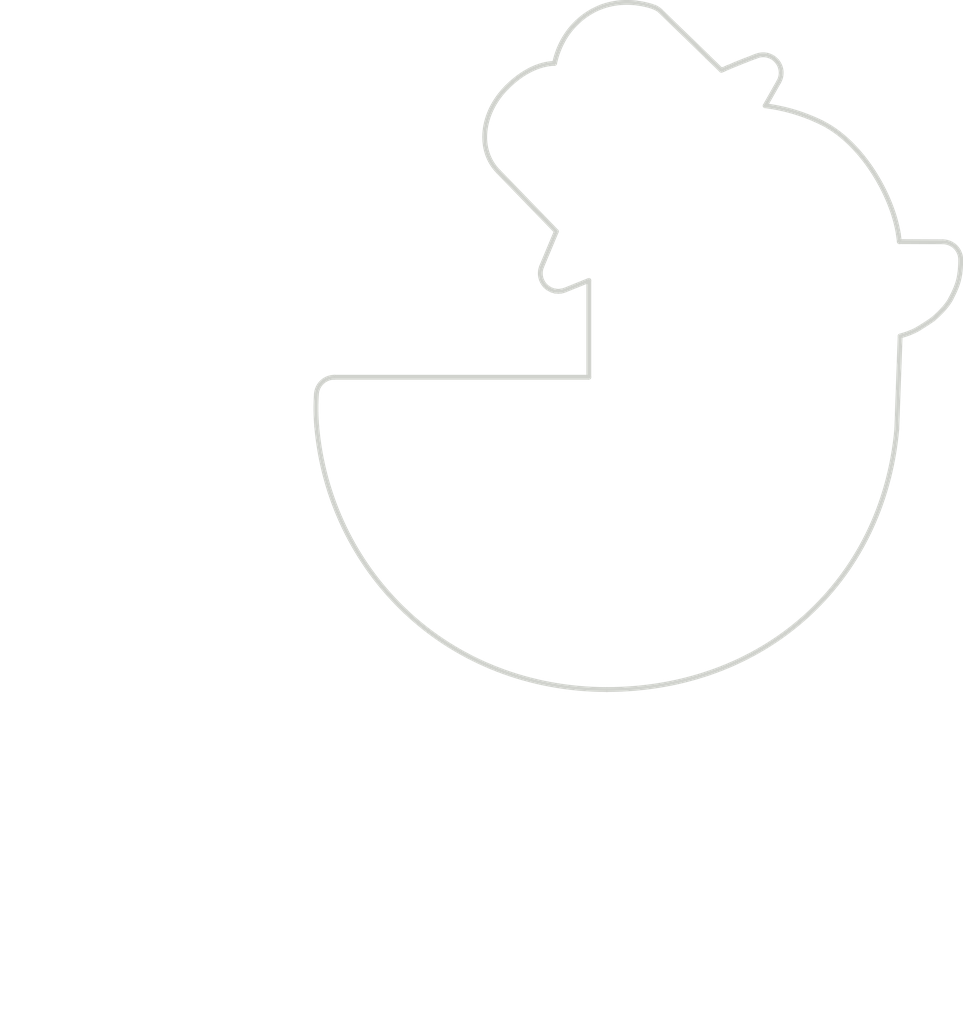
<source format=kicad_pcb>
(kicad_pcb
	(version 20241229)
	(generator "pcbnew")
	(generator_version "9.0")
	(general
		(thickness 1.6)
		(legacy_teardrops no)
	)
	(paper "A4")
	(layers
		(0 "F.Cu" signal)
		(2 "B.Cu" signal)
		(9 "F.Adhes" user "F.Adhesive")
		(11 "B.Adhes" user "B.Adhesive")
		(13 "F.Paste" user)
		(15 "B.Paste" user)
		(5 "F.SilkS" user "F.Silkscreen")
		(7 "B.SilkS" user "B.Silkscreen")
		(1 "F.Mask" user)
		(3 "B.Mask" user)
		(17 "Dwgs.User" user "User.Drawings")
		(19 "Cmts.User" user "User.Comments")
		(21 "Eco1.User" user "User.Eco1")
		(23 "Eco2.User" user "User.Eco2")
		(25 "Edge.Cuts" user)
		(27 "Margin" user)
		(31 "F.CrtYd" user "F.Courtyard")
		(29 "B.CrtYd" user "B.Courtyard")
		(35 "F.Fab" user)
		(33 "B.Fab" user)
		(39 "User.1" user)
		(41 "User.2" user)
		(43 "User.3" user)
		(45 "User.4" user)
	)
	(setup
		(pad_to_mask_clearance 0)
		(allow_soldermask_bridges_in_footprints no)
		(tenting front back)
		(pcbplotparams
			(layerselection 0x00000000_00000000_55555555_5755f5ff)
			(plot_on_all_layers_selection 0x00000000_00000000_00000000_00000000)
			(disableapertmacros no)
			(usegerberextensions no)
			(usegerberattributes yes)
			(usegerberadvancedattributes yes)
			(creategerberjobfile yes)
			(dashed_line_dash_ratio 12.000000)
			(dashed_line_gap_ratio 3.000000)
			(svgprecision 4)
			(plotframeref no)
			(mode 1)
			(useauxorigin no)
			(hpglpennumber 1)
			(hpglpenspeed 20)
			(hpglpendiameter 15.000000)
			(pdf_front_fp_property_popups yes)
			(pdf_back_fp_property_popups yes)
			(pdf_metadata yes)
			(pdf_single_document no)
			(dxfpolygonmode yes)
			(dxfimperialunits yes)
			(dxfusepcbnewfont yes)
			(psnegative no)
			(psa4output no)
			(plot_black_and_white yes)
			(plotinvisibletext no)
			(sketchpadsonfab no)
			(plotpadnumbers no)
			(hidednponfab no)
			(sketchdnponfab yes)
			(crossoutdnponfab yes)
			(subtractmaskfromsilk no)
			(outputformat 1)
			(mirror no)
			(drillshape 1)
			(scaleselection 1)
			(outputdirectory "")
		)
	)
	(net 0 "")
	(gr_curve
		(pts
			(xy 170.322902 92.48344) (xy 170.30658 91.773227) (xy 169.72799 91.205231) (xy 169.01743 91.202452)
		)
		(stroke
			(width 0.35)
			(type default)
		)
		(layer "Edge.Cuts")
		(uuid "03ccc79f-5d73-40e9-9fc5-6c6906a84c9e")
	)
	(gr_curve
		(pts
			(xy 169.607133 95.342178) (xy 169.865865 94.83652) (xy 170.159675 94.26314) (xy 170.25518 93.534868)
		)
		(stroke
			(width 0.35)
			(type default)
		)
		(layer "Edge.Cuts")
		(uuid "06aef06d-f581-46b8-b41b-731aa01e5b18")
	)
	(gr_line
		(start 154.649336 77.995335)
		(end 154.627978 78.003757)
		(stroke
			(width 0.35)
			(type default)
		)
		(layer "Edge.Cuts")
		(uuid "073cab98-980f-45c9-b7b5-ad0ac943d201")
	)
	(gr_line
		(start 153.057261 78.65187)
		(end 153.015846 78.669777)
		(stroke
			(width 0.35)
			(type default)
		)
		(layer "Edge.Cuts")
		(uuid "0c4ac7bf-0c18-48f5-a463-404fa479128b")
	)
	(gr_line
		(start 153.919241 78.288949)
		(end 153.911687 78.292031)
		(stroke
			(width 0.35)
			(type default)
		)
		(layer "Edge.Cuts")
		(uuid "0e9c4250-c460-4ec4-955a-5f5562e8258d")
	)
	(gr_curve
		(pts
			(xy 155.403568 77.705932) (xy 155.396666 77.708493) (xy 155.389329 77.71125) (xy 155.381602 77.714115)
		)
		(stroke
			(width 0.35)
			(type default)
		)
		(layer "Edge.Cuts")
		(uuid "1c6f7813-a45f-49e3-bb56-2437e457a9d1")
	)
	(gr_line
		(start 155.288397 77.749018)
		(end 155.19007 77.786178)
		(stroke
			(width 0.35)
			(type default)
		)
		(layer "Edge.Cuts")
		(uuid "22aad42c-e8ad-4c22-9a01-f50a6e644f9a")
	)
	(gr_curve
		(pts
			(xy 155.381602 77.714115) (xy 155.362241 77.721343) (xy 155.340708 77.729374) (xy 155.316398 77.738491)
		)
		(stroke
			(width 0.35)
			(type default)
		)
		(layer "Edge.Cuts")
		(uuid "2435281d-12b8-4ef0-9c3d-faa0b09d06ed")
	)
	(gr_line
		(start 169.01743 91.202452)
		(end 165.853944 91.190471)
		(stroke
			(width 0.35)
			(type default)
		)
		(layer "Edge.Cuts")
		(uuid "281cf1b4-d582-4b26-ba65-217447262682")
	)
	(gr_curve
		(pts
			(xy 144.554501 123.783341) (xy 155.975212 123.776742) (xy 164.655438 115.99774) (xy 165.663628 104.867019)
		)
		(stroke
			(width 0.35)
			(type default)
		)
		(layer "Edge.Cuts")
		(uuid "3c109ebd-f171-4d08-b54d-50355fe3f200")
	)
	(gr_curve
		(pts
			(xy 148.018048 74.135744) (xy 148.015965 74.134941) (xy 148.013968 74.134203) (xy 148.011927 74.133422)
		)
		(stroke
			(width 0.35)
			(type default)
		)
		(layer "Edge.Cuts")
		(uuid "3ddec996-f7b9-425f-8ded-fdcb4e4c3414")
	)
	(gr_line
		(start 165.853944 91.190471)
		(end 165.783096 90.640707)
		(stroke
			(width 0.35)
			(type default)
		)
		(layer "Edge.Cuts")
		(uuid "40837842-f2ab-43f0-be25-faee6ca5d9ff")
	)
	(gr_curve
		(pts
			(xy 123.402311 102.280732) (xy 123.348828 103.061793) (xy 123.356468 103.857093) (xy 123.424885 104.644057)
		)
		(stroke
			(width 0.35)
			(type default)
		)
		(layer "Edge.Cuts")
		(uuid "48e456bb-3d22-4d46-8d6f-07e6ef1d90ed")
	)
	(gr_curve
		(pts
			(xy 140.987374 94.806805) (xy 140.997533 94.807043) (xy 141.007474 94.809778) (xy 141.017676 94.809778)
		)
		(stroke
			(width 0.35)
			(type default)
		)
		(layer "Edge.Cuts")
		(uuid "4a1b32d1-a880-4252-aa38-a7a2402be666")
	)
	(gr_curve
		(pts
			(xy 141.286827 94.779738) (xy 141.361235 94.764088) (xy 141.435164 94.743901) (xy 141.507358 94.714794)
		)
		(stroke
			(width 0.35)
			(type default)
		)
		(layer "Edge.Cuts")
		(uuid "4c4bb011-6ab7-44d2-9db8-821f7ae7f8bf")
	)
	(gr_curve
		(pts
			(xy 148.15206 74.203575) (xy 148.114769 74.183844) (xy 148.079389 74.160771) (xy 148.040275 74.144665)
		)
		(stroke
			(width 0.35)
			(type default)
		)
		(layer "Edge.Cuts")
		(uuid "4dba02a3-be73-41cd-92fd-da3d3d2f0545")
	)
	(gr_line
		(start 154.160435 78.1906)
		(end 153.919241 78.288949)
		(stroke
			(width 0.35)
			(type default)
		)
		(layer "Edge.Cuts")
		(uuid "4ee0cda0-7c18-4587-85ea-a8f665cf253e")
	)
	(gr_line
		(start 143.24 94.016389)
		(end 143.24 101.06)
		(stroke
			(width 0.35)
			(type default)
		)
		(layer "Edge.Cuts")
		(uuid "573cd458-48f0-44c5-b8ea-4da862bc96eb")
	)
	(gr_curve
		(pts
			(xy 140.266395 94.570233) (xy 140.285757 94.583865) (xy 140.305726 94.595759) (xy 140.325782 94.608219)
		)
		(stroke
			(width 0.35)
			(type default)
		)
		(layer "Edge.Cuts")
		(uuid "592e4a69-de7f-448b-8eb6-55ecd4e5ae2d")
	)
	(gr_line
		(start 154.627978 78.003757)
		(end 154.441265 78.077774)
		(stroke
			(width 0.35)
			(type default)
		)
		(layer "Edge.Cuts")
		(uuid "5aa35f9f-b568-4f25-a2ad-ac3e8bb30c2f")
	)
	(gr_line
		(start 152.894294 78.722413)
		(end 151.891487 77.749843)
		(stroke
			(width 0.35)
			(type default)
		)
		(layer "Edge.Cuts")
		(uuid "5b133692-44b5-45c3-b1fd-feb91a0429d2")
	)
	(gr_line
		(start 155.169363 77.794036)
		(end 154.649336 77.995335)
		(stroke
			(width 0.35)
			(type default)
		)
		(layer "Edge.Cuts")
		(uuid "5d3de3a5-2b05-4ecf-b3c3-c01785e5b615")
	)
	(gr_line
		(start 153.333619 78.533508)
		(end 153.057261 78.65187)
		(stroke
			(width 0.35)
			(type default)
		)
		(layer "Edge.Cuts")
		(uuid "5e6544ed-c029-4851-8311-87cfcecce55a")
	)
	(gr_line
		(start 153.911687 78.292031)
		(end 153.347424 78.527626)
		(stroke
			(width 0.35)
			(type default)
		)
		(layer "Edge.Cuts")
		(uuid "5f50f7ff-4119-49f5-a777-bda8632fc17d")
	)
	(gr_line
		(start 154.394597 78.096397)
		(end 154.200027 78.174603)
		(stroke
			(width 0.35)
			(type default)
		)
		(layer "Edge.Cuts")
		(uuid "5fdee930-121c-44b3-a2a5-318782944085")
	)
	(gr_line
		(start 141.058613 94.805871)
		(end 141.2198 94.790525)
		(stroke
			(width 0.35)
			(type default)
		)
		(layer "Edge.Cuts")
		(uuid "6424f996-1437-4a22-8631-8e6946003c5c")
	)
	(gr_curve
		(pts
			(xy 157.077865 79.552008) (xy 157.348753 79.074307) (xy 157.292839 78.478354) (xy 156.937906 78.058998)
		)
		(stroke
			(width 0.35)
			(type default)
		)
		(layer "Edge.Cuts")
		(uuid "659672ed-d411-4f28-ac5d-71cb34e5444c")
	)
	(gr_line
		(start 155.19007 77.786178)
		(end 155.169363 77.794036)
		(stroke
			(width 0.35)
			(type default)
		)
		(layer "Edge.Cuts")
		(uuid "68660700-404e-483a-a006-6d1baa4d24f8")
	)
	(gr_curve
		(pts
			(xy 141.2198 94.790525) (xy 141.242287 94.787009) (xy 141.264514 94.784426) (xy 141.286827 94.779738)
		)
		(stroke
			(width 0.35)
			(type default)
		)
		(layer "Edge.Cuts")
		(uuid "688f7a6b-509e-4450-8b36-4546a6eeee83")
	)
	(gr_line
		(start 155.488655 77.674545)
		(end 155.403568 77.705932)
		(stroke
			(width 0.35)
			(type default)
		)
		(layer "Edge.Cuts")
		(uuid "6b1b7e1c-1c48-42b7-9634-1eff596713cb")
	)
	(gr_line
		(start 140.785728 94.786944)
		(end 140.987374 94.806805)
		(stroke
			(width 0.35)
			(type default)
		)
		(layer "Edge.Cuts")
		(uuid "6ec7635b-3198-4392-869c-0945d1cfa3fd")
	)
	(gr_line
		(start 140.325782 94.608219)
		(end 140.477289 94.689376)
		(stroke
			(width 0.35)
			(type default)
		)
		(layer "Edge.Cuts")
		(uuid "7a30061b-4294-4534-a4a5-719517db5d6a")
	)
	(gr_curve
		(pts
			(xy 155.316398 77.738491) (xy 155.307108 77.741985) (xy 155.298426 77.745263) (xy 155.288397 77.749018)
		)
		(stroke
			(width 0.35)
			(type default)
		)
		(layer "Edge.Cuts")
		(uuid "7d463dc9-54b9-4bb1-bde4-6ef78d91f4ec")
	)
	(gr_curve
		(pts
			(xy 124.709867 101.06) (xy 124.020838 101.06) (xy 123.449542 101.593441) (xy 123.402311 102.280732)
		)
		(stroke
			(width 0.35)
			(type default)
		)
		(layer "Edge.Cuts")
		(uuid "7dac3c9e-9739-4f28-941f-bf5c97520881")
	)
	(gr_line
		(start 165.668142 104.796518)
		(end 165.912289 98.059741)
		(stroke
			(width 0.35)
			(type default)
		)
		(layer "Edge.Cuts")
		(uuid "80208e23-c7d7-4fd9-80f2-a20b29ae8311")
	)
	(gr_curve
		(pts
			(xy 140.538412 94.716878) (xy 140.60952 94.744835) (xy 140.682191 94.76793) (xy 140.756859 94.78308)
		)
		(stroke
			(width 0.35)
			(type default)
		)
		(layer "Edge.Cuts")
		(uuid "8260017f-7668-4bfa-b333-6e5c20df3d74")
	)
	(gr_curve
		(pts
			(xy 153.347424 78.527626) (xy 153.342822 78.529558) (xy 153.33822 78.531554) (xy 153.333619 78.533508)
		)
		(stroke
			(width 0.35)
			(type default)
		)
		(layer "Edge.Cuts")
		(uuid "82864ebe-151a-48d9-bd9c-8ac6daa28e4d")
	)
	(gr_curve
		(pts
			(xy 170.25518 93.534868) (xy 170.33089 92.954542) (xy 170.323944 92.529977) (xy 170.322902 92.48344)
		)
		(stroke
			(width 0.35)
			(type default)
		)
		(layer "Edge.Cuts")
		(uuid "85405a30-a0ed-45b0-963f-f09b650738a7")
	)
	(gr_line
		(start 151.87091 77.725424)
		(end 148.453206 74.415206)
		(stroke
			(width 0.35)
			(type default)
		)
		(layer "Edge.Cuts")
		(uuid "8c1fb64b-31d4-48af-a7c1-9b11b70748de")
	)
	(gr_curve
		(pts
			(xy 148.252384 74.25645) (xy 148.220216 74.235591) (xy 148.18553 74.221309) (xy 148.15206 74.203575)
		)
		(stroke
			(width 0.35)
			(type default)
		)
		(layer "Edge.Cuts")
		(uuid "93586020-f46f-4a4c-abb3-d52cbc37c0cf")
	)
	(gr_curve
		(pts
			(xy 140.477289 94.689376) (xy 140.497779 94.698667) (xy 140.517574 94.708673) (xy 140.538412 94.716878)
		)
		(stroke
			(width 0.35)
			(type default)
		)
		(layer "Edge.Cuts")
		(uuid "9447ae56-2f0a-4044-8998-00e6183c72b6")
	)
	(gr_curve
		(pts
			(xy 168.325971 96.811919) (xy 168.543029 96.629938) (xy 169.276858 95.98571) (xy 169.607133 95.342178)
		)
		(stroke
			(width 0.35)
			(type default)
		)
		(layer "Edge.Cuts")
		(uuid "96a3c6c6-f1bd-4ab5-bc61-a480f4e971c8")
	)
	(gr_curve
		(pts
			(xy 137.276642 79.955214) (xy 135.380078 81.851605) (xy 135.115789 84.558228) (xy 136.660198 86.102464)
		)
		(stroke
			(width 0.35)
			(type default)
		)
		(layer "Edge.Cuts")
		(uuid "98149918-2233-47e1-b541-7a419d7b7891")
	)
	(gr_line
		(start 140.875633 90.451085)
		(end 139.809098 92.991876)
		(stroke
			(width 0.35)
			(type default)
		)
		(layer "Edge.Cuts")
		(uuid "ab3f1a5b-20a6-4aec-a76f-c4f89cb872b6")
	)
	(gr_curve
		(pts
			(xy 167.275064 97.50442) (xy 167.96826 97.075861) (xy 168.221089 96.892838) (xy 168.264848 96.860193)
		)
		(stroke
			(width 0.35)
			(type default)
		)
		(layer "Edge.Cuts")
		(uuid "ae6c41d0-c659-4578-ae97-bb2c4825316b")
	)
	(gr_curve
		(pts
			(xy 148.011927 74.133422) (xy 147.680306 74.004164) (xy 144.773209 72.965933) (xy 142.38948 75.223877)
		)
		(stroke
			(width 0.35)
			(type default)
		)
		(layer "Edge.Cuts")
		(uuid "b04458b9-1ac2-4a0b-8266-ae485198b667")
	)
	(gr_line
		(start 143.24 101.06)
		(end 124.709867 101.06)
		(stroke
			(width 0.35)
			(type default)
		)
		(layer "Edge.Cuts")
		(uuid "b3b142af-6d63-433b-9a3c-3f2dfd6a0311")
	)
	(gr_line
		(start 144.540262 123.783341)
		(end 144.554501 123.783341)
		(stroke
			(width 0.35)
			(type default)
		)
		(layer "Edge.Cuts")
		(uuid "b9cf5324-356b-4af6-9ffa-dfc2c1a6b4d7")
	)
	(gr_curve
		(pts
			(xy 154.441265 78.077774) (xy 154.425853 78.083938) (xy 154.410312 78.090124) (xy 154.394597 78.096397)
		)
		(stroke
			(width 0.35)
			(type default)
		)
		(layer "Edge.Cuts")
		(uuid "bf8caa0e-9a2f-4906-88e9-456e13c82c8d")
	)
	(gr_curve
		(pts
			(xy 140.743662 78.218405) (xy 139.607321 78.251919) (xy 138.387283 78.844747) (xy 137.276642 79.955214)
		)
		(stroke
			(width 0.35)
			(type default)
		)
		(layer "Edge.Cuts")
		(uuid "c1dad68d-5cac-448d-b9cc-bdbfb0cb9a4c")
	)
	(gr_line
		(start 165.663628 104.867019)
		(end 165.668142 104.796518)
		(stroke
			(width 0.35)
			(type default)
		)
		(layer "Edge.Cuts")
		(uuid "c2ff7b9c-4eeb-43e6-b161-a3e95c20f0fe")
	)
	(gr_line
		(start 141.507358 94.714794)
		(end 143.24 94.016389)
		(stroke
			(width 0.35)
			(type default)
		)
		(layer "Edge.Cuts")
		(uuid "c3fbba4e-e584-4fc6-a2b2-7ed64449558a")
	)
	(gr_curve
		(pts
			(xy 140.084154 94.419248) (xy 140.140415 94.476313) (xy 140.202233 94.525281) (xy 140.266395 94.570233)
		)
		(stroke
			(width 0.35)
			(type default)
		)
		(layer "Edge.Cuts")
		(uuid "c545e550-78ec-42c5-88fc-09a468ea2c63")
	)
	(gr_curve
		(pts
			(xy 129.89008 118.10511) (xy 133.764821 121.767309) (xy 138.966914 123.783688) (xy 144.540262 123.783341)
		)
		(stroke
			(width 0.35)
			(type default)
		)
		(layer "Edge.Cuts")
		(uuid "d1482536-d9a9-450e-a521-63ccf8471f9c")
	)
	(gr_curve
		(pts
			(xy 165.783096 90.640707) (xy 165.327796 87.782664) (xy 163.114849 83.970436) (xy 160.200024 82.537681)
		)
		(stroke
			(width 0.35)
			(type default)
		)
		(layer "Edge.Cuts")
		(uuid "d1ee944a-daca-4ff6-9617-54cee48dd37f")
	)
	(gr_line
		(start 148.040275 74.144665)
		(end 148.018048 74.135744)
		(stroke
			(width 0.35)
			(type default)
		)
		(layer "Edge.Cuts")
		(uuid "d235b227-5c6e-489c-8edf-3633564cfaef")
	)
	(gr_curve
		(pts
			(xy 123.424885 104.644057) (xy 123.874628 109.80899) (xy 126.170578 114.589469) (xy 129.89008 118.10511)
		)
		(stroke
			(width 0.35)
			(type default)
		)
		(layer "Edge.Cuts")
		(uuid "d48eee7f-366d-419d-9e9e-9695a92d4657")
	)
	(gr_curve
		(pts
			(xy 165.912289 98.059741) (xy 166.362033 97.935757) (xy 166.868038 97.75586) (xy 167.275064 97.50442)
		)
		(stroke
			(width 0.35)
			(type default)
		)
		(layer "Edge.Cuts")
		(uuid "de37f7fa-b1aa-4c64-8bba-bb8a598304ea")
	)
	(gr_curve
		(pts
			(xy 140.756859 94.78308) (xy 140.766409 94.785012) (xy 140.776134 94.785229) (xy 140.785728 94.786944)
		)
		(stroke
			(width 0.35)
			(type default)
		)
		(layer "Edge.Cuts")
		(uuid "e2745cc1-64d1-4211-92ef-fb8d56d88d8c")
	)
	(gr_curve
		(pts
			(xy 154.200027 78.174603) (xy 154.186743 78.179943) (xy 154.173849 78.185174) (xy 154.160435 78.1906)
		)
		(stroke
			(width 0.35)
			(type default)
		)
		(layer "Edge.Cuts")
		(uuid "e5e247f4-b3c6-4b97-a293-269f94cf37a4")
	)
	(gr_curve
		(pts
			(xy 139.809098 92.991876) (xy 139.604195 93.479649) (xy 139.712898 94.04261) (xy 140.084154 94.419248)
		)
		(stroke
			(width 0.35)
			(type default)
		)
		(layer "Edge.Cuts")
		(uuid "e64865ed-abe6-4256-88e2-87f3e308c86f")
	)
	(gr_curve
		(pts
			(xy 141.017676 94.809778) (xy 141.031307 94.809778) (xy 141.044938 94.806305) (xy 141.058613 94.805871)
		)
		(stroke
			(width 0.35)
			(type default)
		)
		(layer "Edge.Cuts")
		(uuid "e7cb617a-535c-4920-8755-c7512dedcffd")
	)
	(gr_curve
		(pts
			(xy 153.015846 78.669777) (xy 152.975387 78.687293) (xy 152.935274 78.704549) (xy 152.894294 78.722413)
		)
		(stroke
			(width 0.35)
			(type default)
		)
		(layer "Edge.Cuts")
		(uuid "e8cd6010-56cd-4637-9ad2-e9faf3d9a192")
	)
	(gr_line
		(start 136.660198 86.102464)
		(end 140.875633 90.451085)
		(stroke
			(width 0.35)
			(type default)
		)
		(layer "Edge.Cuts")
		(uuid "ecc3bc8c-12f4-4747-9cf2-e3cbeeec27af")
	)
	(gr_curve
		(pts
			(xy 142.38948 75.223877) (xy 141.371914 76.187613) (xy 140.932589 77.353474) (xy 140.743662 78.218405)
		)
		(stroke
			(width 0.35)
			(type default)
		)
		(layer "Edge.Cuts")
		(uuid "f2b1fa67-d64f-43c2-8f0b-538a4f70c3ab")
	)
	(gr_curve
		(pts
			(xy 156.937906 78.058998) (xy 156.583321 77.640163) (xy 156.005079 77.486313) (xy 155.488655 77.674545)
		)
		(stroke
			(width 0.35)
			(type default)
		)
		(layer "Edge.Cuts")
		(uuid "f3366586-9cc7-4cb4-9f66-909f17625855")
	)
	(gr_line
		(start 156.085737 81.301797)
		(end 157.077865 79.552008)
		(stroke
			(width 0.35)
			(type default)
		)
		(layer "Edge.Cuts")
		(uuid "f432ad46-27d9-4ddd-a980-279494f1c3b2")
	)
	(gr_curve
		(pts
			(xy 160.200024 82.537681) (xy 158.666511 81.784013) (xy 157.22312 81.446141) (xy 156.085737 81.301797)
		)
		(stroke
			(width 0.35)
			(type default)
		)
		(layer "Edge.Cuts")
		(uuid "f9c9e05d-e230-4d0b-a762-69ea89830d0e")
	)
	(gr_curve
		(pts
			(xy 148.453206 74.415206) (xy 148.391691 74.355472) (xy 148.324143 74.30277) (xy 148.252384 74.25645)
		)
		(stroke
			(width 0.35)
			(type default)
		)
		(layer "Edge.Cuts")
		(uuid "f9e3763b-d88d-4506-8efa-cc97af5f6437")
	)
	(gr_line
		(start 168.264848 96.860193)
		(end 168.325971 96.811919)
		(stroke
			(width 0.35)
			(type default)
		)
		(layer "Edge.Cuts")
		(uuid "ff197670-5d45-42ec-9a6f-795ec7124354")
	)
	(gr_curve
		(pts
			(xy 151.891487 77.749843) (xy 151.883934 77.742115) (xy 151.878724 77.732999) (xy 151.87091 77.725424)
		)
		(stroke
			(width 0.35)
			(type default)
		)
		(layer "Edge.Cuts")
		(uuid "ffbac0a5-4040-4773-926e-41bd4a71113b")
	)
	(dimension
		(type orthogonal)
		(layer "Dwgs.User")
		(uuid "a25ccfc5-0b46-456d-8502-aa788fe80cb3")
		(pts
			(xy 123.402311 102.280732) (xy 170.25518 93.534868)
		)
		(height 45.219268)
		(orientation 0)
		(format
			(prefix "")
			(suffix "")
			(units 3)
			(units_format 0)
			(precision 4)
			(suppress_zeroes yes)
		)
		(style
			(thickness 0.1)
			(arrow_length 1.27)
			(text_position_mode 0)
			(arrow_direction outward)
			(extension_height 0.58642)
			(extension_offset 0.5)
			(keep_text_aligned yes)
		)
		(gr_text "46.8529"
			(at 146.828746 146.35 0)
			(layer "Dwgs.User")
			(uuid "a25ccfc5-0b46-456d-8502-aa788fe80cb3")
			(effects
				(font
					(size 1 1)
					(thickness 0.15)
				)
			)
		)
	)
	(dimension
		(type orthogonal)
		(layer "Dwgs.User")
		(uuid "cf712f39-0b60-4615-a711-4f4c473fa081")
		(pts
			(xy 144.554501 123.783341) (xy 146.14 73.8)
		)
		(height -39.824501)
		(orientation 1)
		(format
			(prefix "")
			(suffix "")
			(units 3)
			(units_format 0)
			(precision 4)
			(suppress_zeroes yes)
		)
		(style
			(thickness 0.1)
			(arrow_length 1.27)
			(text_position_mode 0)
			(arrow_direction outward)
			(extension_height 0.58642)
			(extension_offset 0.5)
			(keep_text_aligned yes)
		)
		(gr_text "49.9833"
			(at 103.58 98.79167 90)
			(layer "Dwgs.User")
			(uuid "cf712f39-0b60-4615-a711-4f4c473fa081")
			(effects
				(font
					(size 1 1)
					(thickness 0.15)
				)
			)
		)
	)
	(group ""
		(uuid "59057a59-8f04-4ca4-8619-9f8333d210ba")
		(members "03ccc79f-5d73-40e9-9fc5-6c6906a84c9e" "06aef06d-f581-46b8-b41b-731aa01e5b18"
			"073cab98-980f-45c9-b7b5-ad0ac943d201" "0c4ac7bf-0c18-48f5-a463-404fa479128b"
			"0e9c4250-c460-4ec4-955a-5f5562e8258d" "1c6f7813-a45f-49e3-bb56-2437e457a9d1"
			"22aad42c-e8ad-4c22-9a01-f50a6e644f9a" "2435281d-12b8-4ef0-9c3d-faa0b09d06ed"
			"281cf1b4-d582-4b26-ba65-217447262682" "3c109ebd-f171-4d08-b54d-50355fe3f200"
			"3ddec996-f7b9-425f-8ded-fdcb4e4c3414" "40837842-f2ab-43f0-be25-faee6ca5d9ff"
			"48e456bb-3d22-4d46-8d6f-07e6ef1d90ed" "4a1b32d1-a880-4252-aa38-a7a2402be666"
			"4c4bb011-6ab7-44d2-9db8-821f7ae7f8bf" "4dba02a3-be73-41cd-92fd-da3d3d2f0545"
			"4ee0cda0-7c18-4587-85ea-a8f665cf253e" "573cd458-48f0-44c5-b8ea-4da862bc96eb"
			"592e4a69-de7f-448b-8eb6-55ecd4e5ae2d" "5aa35f9f-b568-4f25-a2ad-ac3e8bb30c2f"
			"5b133692-44b5-45c3-b1fd-feb91a0429d2" "5d3de3a5-2b05-4ecf-b3c3-c01785e5b615"
			"5e6544ed-c029-4851-8311-87cfcecce55a" "5f50f7ff-4119-49f5-a777-bda8632fc17d"
			"5fdee930-121c-44b3-a2a5-318782944085" "6424f996-1437-4a22-8631-8e6946003c5c"
			"659672ed-d411-4f28-ac5d-71cb34e5444c" "68660700-404e-483a-a006-6d1baa4d24f8"
			"688f7a6b-509e-4450-8b36-4546a6eeee83" "6b1b7e1c-1c48-42b7-9634-1eff596713cb"
			"6ec7635b-3198-4392-869c-0945d1cfa3fd" "7a30061b-4294-4534-a4a5-719517db5d6a"
			"7d463dc9-54b9-4bb1-bde4-6ef78d91f4ec" "7dac3c9e-9739-4f28-941f-bf5c97520881"
			"80208e23-c7d7-4fd9-80f2-a20b29ae8311" "8260017f-7668-4bfa-b333-6e5c20df3d74"
			"82864ebe-151a-48d9-bd9c-8ac6daa28e4d" "85405a30-a0ed-45b0-963f-f09b650738a7"
			"8c1fb64b-31d4-48af-a7c1-9b11b70748de" "93586020-f46f-4a4c-abb3-d52cbc37c0cf"
			"9447ae56-2f0a-4044-8998-00e6183c72b6" "96a3c6c6-f1bd-4ab5-bc61-a480f4e971c8"
			"98149918-2233-47e1-b541-7a419d7b7891" "ab3f1a5b-20a6-4aec-a76f-c4f89cb872b6"
			"ae6c41d0-c659-4578-ae97-bb2c4825316b" "b04458b9-1ac2-4a0b-8266-ae485198b667"
			"b3b142af-6d63-433b-9a3c-3f2dfd6a0311" "b9cf5324-356b-4af6-9ffa-dfc2c1a6b4d7"
			"bf8caa0e-9a2f-4906-88e9-456e13c82c8d" "c1dad68d-5cac-448d-b9cc-bdbfb0cb9a4c"
			"c2ff7b9c-4eeb-43e6-b161-a3e95c20f0fe" "c3fbba4e-e584-4fc6-a2b2-7ed64449558a"
			"c545e550-78ec-42c5-88fc-09a468ea2c63" "d1482536-d9a9-450e-a521-63ccf8471f9c"
			"d1ee944a-daca-4ff6-9617-54cee48dd37f" "d235b227-5c6e-489c-8edf-3633564cfaef"
			"d48eee7f-366d-419d-9e9e-9695a92d4657" "de37f7fa-b1aa-4c64-8bba-bb8a598304ea"
			"e2745cc1-64d1-4211-92ef-fb8d56d88d8c" "e5e247f4-b3c6-4b97-a293-269f94cf37a4"
			"e64865ed-abe6-4256-88e2-87f3e308c86f" "e7cb617a-535c-4920-8755-c7512dedcffd"
			"e8cd6010-56cd-4637-9ad2-e9faf3d9a192" "ecc3bc8c-12f4-4747-9cf2-e3cbeeec27af"
			"f2b1fa67-d64f-43c2-8f0b-538a4f70c3ab" "f3366586-9cc7-4cb4-9f66-909f17625855"
			"f432ad46-27d9-4ddd-a980-279494f1c3b2" "f9c9e05d-e230-4d0b-a762-69ea89830d0e"
			"f9e3763b-d88d-4506-8efa-cc97af5f6437" "ff197670-5d45-42ec-9a6f-795ec7124354"
			"ffbac0a5-4040-4773-926e-41bd4a71113b"
		)
	)
	(embedded_fonts no)
)

</source>
